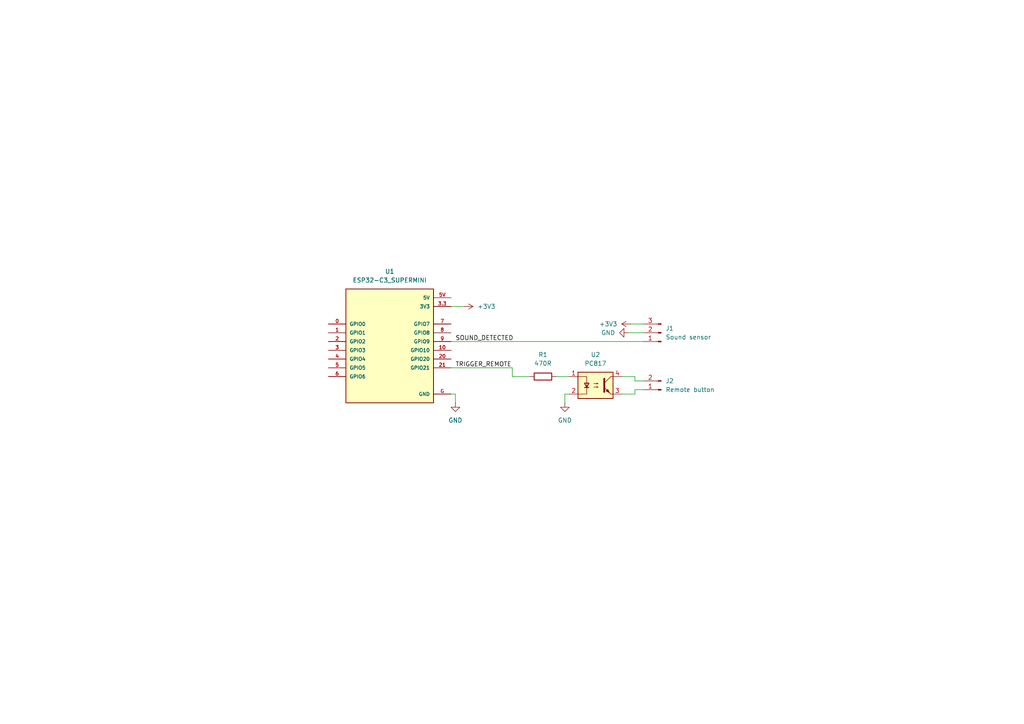
<source format=kicad_sch>
(kicad_sch (version 20231120) (generator "eeschema") (generator_version "8.0")
  (paper "A4")
  (lib_symbols
    (symbol "Connector:Conn_01x02_Pin" (pin_names (offset 1.016) hide)
      (property "Reference" "J" (at 0 2.54 0))
      (property "Value" "Conn_01x02_Pin" (at 0 -5.08 0))
      (symbol "Conn_01x02_Pin_1_1"
        (polyline (pts (xy 1.27 -2.54) (xy 0.8636 -2.54)) (stroke (width 0.1524)))
        (polyline (pts (xy 1.27 0) (xy 0.8636 0)) (stroke (width 0.1524)))
        (rectangle (start 0.8636 -2.413) (end 0 -2.667) (stroke (width 0.1524)) (fill (type outline)))
        (rectangle (start 0.8636 0.127) (end 0 -0.127) (stroke (width 0.1524)) (fill (type outline)))
        (pin passive line (at 5.08 0 180) (length 3.81) (name "Pin_1") (number "1"))
        (pin passive line (at 5.08 -2.54 180) (length 3.81) (name "Pin_2") (number "2"))
      )
    )
    (symbol "Connector:Conn_01x03_Pin" (pin_names (offset 1.016) hide)
      (property "Reference" "J" (at 0 5.08 0))
      (property "Value" "Conn_01x03_Pin" (at 0 -5.08 0))
      (symbol "Conn_01x03_Pin_1_1"
        (polyline (pts (xy 1.27 -2.54) (xy 0.8636 -2.54)) (stroke (width 0.1524)))
        (polyline (pts (xy 1.27 0) (xy 0.8636 0)) (stroke (width 0.1524)))
        (polyline (pts (xy 1.27 2.54) (xy 0.8636 2.54)) (stroke (width 0.1524)))
        (rectangle (start 0.8636 -2.413) (end 0 -2.667) (stroke (width 0.1524)) (fill (type outline)))
        (rectangle (start 0.8636 0.127) (end 0 -0.127) (stroke (width 0.1524)) (fill (type outline)))
        (rectangle (start 0.8636 2.667) (end 0 2.413) (stroke (width 0.1524)) (fill (type outline)))
        (pin passive line (at 5.08 2.54 180) (length 3.81) (name "Pin_1") (number "1"))
        (pin passive line (at 5.08 0 180) (length 3.81) (name "Pin_2") (number "2"))
        (pin passive line (at 5.08 -2.54 180) (length 3.81) (name "Pin_3") (number "3"))
      )
    )
    (symbol "Custom_MCU:ESP32-C3_SUPERMINI" (pin_names (offset 1.016))
      (property "Reference" "U" (at -12.7 16.002 0))
      (property "Value" "ESP32-C3_SUPERMINI" (at -12.7 -20.32 0))
      (symbol "ESP32-C3_SUPERMINI_0_0"
        (rectangle (start -12.7 -17.78) (end 12.7 15.24) (stroke (width 0.254)) (fill (type background)))
        (pin bidirectional line (at -17.78 5.08 0) (length 5.08) (name "GPIO0") (number "0"))
        (pin bidirectional line (at -17.78 2.54 0) (length 5.08) (name "GPIO1") (number "1"))
        (pin bidirectional line (at 17.78 -2.54 180) (length 5.08) (name "GPIO10") (number "10"))
        (pin bidirectional line (at -17.78 0 0) (length 5.08) (name "GPIO2") (number "2"))
        (pin bidirectional line (at 17.78 -5.08 180) (length 5.08) (name "GPIO20") (number "20"))
        (pin bidirectional line (at 17.78 -7.62 180) (length 5.08) (name "GPIO21") (number "21"))
        (pin bidirectional line (at -17.78 -2.54 0) (length 5.08) (name "GPIO3") (number "3"))
        (pin power_in line (at 17.78 10.16 180) (length 5.08) (name "3V3") (number "3.3"))
        (pin bidirectional line (at -17.78 -5.08 0) (length 5.08) (name "GPIO4") (number "4"))
        (pin bidirectional line (at -17.78 -7.62 0) (length 5.08) (name "GPIO5") (number "5"))
        (pin power_in line (at 17.78 12.7 180) (length 5.08) (name "5V") (number "5V"))
        (pin bidirectional line (at -17.78 -10.16 0) (length 5.08) (name "GPIO6") (number "6"))
        (pin bidirectional line (at 17.78 5.08 180) (length 5.08) (name "GPIO7") (number "7"))
        (pin bidirectional line (at 17.78 2.54 180) (length 5.08) (name "GPIO8") (number "8"))
        (pin bidirectional line (at 17.78 0 180) (length 5.08) (name "GPIO9") (number "9"))
        (pin power_in line (at 17.78 -15.24 180) (length 5.08) (name "GND") (number "G"))
      )
    )
    (symbol "Device:R" (pin_numbers hide) (pin_names (offset 0))
      (property "Reference" "R" (at 2.032 0 90))
      (property "Value" "R" (at 0 0 90))
      (symbol "R_0_1"
        (rectangle (start -1.016 -2.54) (end 1.016 2.54) (stroke (width 0.254)))
      )
      (symbol "R_1_1"
        (pin passive line (at 0 3.81 270) (length 1.27) (name "~") (number "1"))
        (pin passive line (at 0 -3.81 90) (length 1.27) (name "~") (number "2"))
      )
    )
    (symbol "Isolator:PC817" (pin_names (offset 1.016))
      (property "Reference" "U" (at -5.08 5.08 0))
      (property "Value" "PC817" (at 0 5.08 0))
      (symbol "PC817_0_1"
        (rectangle (start -5.08 3.81) (end 5.08 -3.81) (stroke (width 0.254)) (fill (type background)))
        (polyline (pts (xy -3.175 -0.635) (xy -1.905 -0.635)) (stroke (width 0.254)))
        (polyline (pts (xy 2.54 0.635) (xy 4.445 2.54)))
        (polyline (pts (xy 4.445 -2.54) (xy 2.54 -0.635)) (fill (type outline)))
        (polyline (pts (xy 4.445 -2.54) (xy 5.08 -2.54)))
        (polyline (pts (xy 4.445 2.54) (xy 5.08 2.54)))
        (polyline (pts (xy -5.08 2.54) (xy -2.54 2.54) (xy -2.54 -0.635)))
        (polyline (pts (xy -2.54 -0.635) (xy -2.54 -2.54) (xy -5.08 -2.54)))
        (polyline (pts (xy 2.54 1.905) (xy 2.54 -1.905) (xy 2.54 -1.905)) (stroke (width 0.508)))
        (polyline (pts (xy -2.54 -0.635) (xy -3.175 0.635) (xy -1.905 0.635) (xy -2.54 -0.635)) (stroke (width 0.254)))
        (polyline (pts (xy -0.508 -0.508) (xy 0.762 -0.508) (xy 0.381 -0.635) (xy 0.381 -0.381) (xy 0.762 -0.508)))
        (polyline (pts (xy -0.508 0.508) (xy 0.762 0.508) (xy 0.381 0.381) (xy 0.381 0.635) (xy 0.762 0.508)))
        (polyline (pts (xy 3.048 -1.651) (xy 3.556 -1.143) (xy 4.064 -2.159) (xy 3.048 -1.651) (xy 3.048 -1.651)) (fill (type outline)))
      )
      (symbol "PC817_1_1"
        (pin passive line (at -7.62 2.54 0) (length 2.54) (name "~") (number "1"))
        (pin passive line (at -7.62 -2.54 0) (length 2.54) (name "~") (number "2"))
        (pin passive line (at 7.62 -2.54 180) (length 2.54) (name "~") (number "3"))
        (pin passive line (at 7.62 2.54 180) (length 2.54) (name "~") (number "4"))
      )
    )
    (symbol "power:+3V3" (power) (pin_numbers hide) (pin_names (offset 0) hide)
      (property "Value" "+3V3" (at 0 3.556 0))
      (symbol "+3V3_0_1"
        (polyline (pts (xy -0.762 1.27) (xy 0 2.54)))
        (polyline (pts (xy 0 0) (xy 0 2.54)))
        (polyline (pts (xy 0 2.54) (xy 0.762 1.27)))
      )
      (symbol "+3V3_1_1"
        (pin power_in line (at 0 0 90) (length 0) (name "~") (number "1"))
      )
    )
    (symbol "power:GND" (power) (pin_numbers hide) (pin_names (offset 0) hide)
      (property "Value" "GND" (at 0 -3.81 0))
      (symbol "GND_0_1"
        (polyline (pts (xy 0 0) (xy 0 -1.27) (xy 1.27 -1.27) (xy 0 -2.54) (xy -1.27 -1.27) (xy 0 -1.27)))
      )
      (symbol "GND_1_1"
        (pin power_in line (at 0 0 270) (length 0) (name "~") (number "1"))
      )
    )
  )
  (wire (pts (xy 180.34 114.3) (xy 184.15 114.3)))
  (wire (pts (xy 184.15 109.22) (xy 184.15 110.49)))
  (wire (pts (xy 180.34 109.22) (xy 184.15 109.22)))
  (wire (pts (xy 186.69 96.52) (xy 182.245 96.52)))
  (wire (pts (xy 184.15 110.49) (xy 186.69 110.49)))
  (wire (pts (xy 148.59 109.22) (xy 153.67 109.22)))
  (wire (pts (xy 130.81 106.68) (xy 148.59 106.68)))
  (wire (pts (xy 148.59 106.68) (xy 148.59 109.22)))
  (wire (pts (xy 182.88 93.98) (xy 186.69 93.98)))
  (wire (pts (xy 163.83 114.3) (xy 163.83 116.84)))
  (wire (pts (xy 134.62 88.9) (xy 130.81 88.9)))
  (wire (pts (xy 132.08 116.84) (xy 132.08 114.3)))
  (wire (pts (xy 132.08 114.3) (xy 130.81 114.3)))
  (wire (pts (xy 184.15 113.03) (xy 186.69 113.03)))
  (wire (pts (xy 184.15 114.3) (xy 184.15 113.03)))
  (wire (pts (xy 161.29 109.22) (xy 165.1 109.22)))
  (wire (pts (xy 165.1 114.3) (xy 163.83 114.3)))
  (wire (pts (xy 130.81 99.06) (xy 186.69 99.06)))
  (label "SOUND_DETECTED" (at 132.08 99.06 0))
  (label "TRIGGER_REMOTE" (at 132.08 106.68 0))
  (symbol (lib_id "Connector:Conn_01x02_Pin") (at 191.77 113.03 180) (unit 1)
    (property "Reference" "J2" (at 193.04 110.4899 0) (effects (justify right)))
    (property "Value" "Remote button" (at 193.04 113.0299 0) (effects (justify right)))
    (property "Description" "Generic connector, single row, 01x02, script generated" (effects (hide yes)))
  )
  (symbol (lib_id "power:GND") (at 182.245 96.52 270) (unit 1)
    (property "Reference" "#PWR02" (effects (hide yes)))
    (property "Value" "GND" (at 178.435 96.5199 90) (effects (justify right)))
    (property "Description" "Power symbol creates a global label with name \"GND\" , ground" (effects (hide yes)))
  )
  (symbol (lib_id "power:GND") (at 163.83 116.84 0) (unit 1)
    (property "Reference" "#PWR03" (effects (hide yes)))
    (property "Value" "GND" (at 163.83 121.92 0))
    (property "Description" "Power symbol creates a global label with name \"GND\" , ground" (effects (hide yes)))
  )
  (symbol (lib_id "power:GND") (at 132.08 116.84 0) (unit 1)
    (property "Reference" "#PWR05" (effects (hide yes)))
    (property "Value" "GND" (at 132.08 121.92 0))
    (property "Description" "Power symbol creates a global label with name \"GND\" , ground" (effects (hide yes)))
  )
  (symbol (lib_id "Connector:Conn_01x03_Pin") (at 191.77 96.52 180) (unit 1)
    (property "Reference" "J1" (at 193.04 95.2499 0) (effects (justify right)))
    (property "Value" "Sound sensor" (at 193.04 97.7899 0) (effects (justify right)))
    (property "Description" "Generic connector, single row, 01x03, script generated" (effects (hide yes)))
  )
  (symbol (lib_id "Isolator:PC817") (at 172.72 111.76 0) (unit 1)
    (property "Reference" "U2" (at 172.72 102.87 0))
    (property "Value" "PC817" (at 172.72 105.41 0))
    (property "Footprint" "Package_DIP:DIP-4_W7.62mm" (effects (hide yes)))
    (property "Datasheet" "http://www.soselectronic.cz/a_info/resource/d/pc817.pdf" (effects (hide yes)))
    (property "Description" "DC Optocoupler, Vce 35V, CTR 50-300%, DIP-4" (effects (hide yes)))
  )
  (symbol (lib_id "Custom_MCU:ESP32-C3_SUPERMINI") (at 113.03 99.06 0) (unit 1)
    (property "Reference" "U1" (at 113.03 78.74 0))
    (property "Value" "ESP32-C3_SUPERMINI" (at 113.03 81.28 0))
    (property "Footprint" "ESP32-C3_SUPERMINI:MODULE_ESP32-C3_SUPERMINI" (effects (hide yes)))
    (property "MF" "Espressif Systems" (effects (hide yes)))
    (property "MAXIMUM_PACKAGE_HEIGHT" "4.2mm" (effects (hide yes)))
    (property "Package" "Package" (effects (hide yes)))
    (property "Price" "None" (effects (hide yes)))
    (property "Check_prices" "https://www.snapeda.com/parts/ESP32-C3%20SuperMini/Espressif+Systems/view-part/?ref=eda" (effects (hide yes)))
    (property "STANDARD" "Manufacturer Recommendations" (effects (hide yes)))
    (property "SnapEDA_Link" "https://www.snapeda.com/parts/ESP32-C3%20SuperMini/Espressif+Systems/view-part/?ref=snap" (effects (hide yes)))
    (property "MP" "ESP32-C3 SuperMini" (effects (hide yes)))
    (property "Description_1" "\nSuper tiny ESP32-C3 board\n" (effects (hide yes)))
    (property "Availability" "Not in stock" (effects (hide yes)))
    (property "MANUFACTURER" "Espressif" (effects (hide yes)))
  )
  (symbol (lib_id "power:+3V3") (at 182.88 93.98 90) (unit 1)
    (property "Reference" "#PWR01" (effects (hide yes)))
    (property "Value" "+3V3" (at 179.07 93.9801 90) (effects (justify left)))
    (property "Description" "Power symbol creates a global label with name \"+3V3\"" (effects (hide yes)))
  )
  (symbol (lib_id "Device:R") (at 157.48 109.22 90) (unit 1)
    (property "Reference" "R1" (at 157.48 102.87 90))
    (property "Value" "470R" (at 157.48 105.41 90))
    (property "Description" "Resistor" (effects (hide yes)))
  )
  (symbol (lib_id "power:+3V3") (at 134.62 88.9 270) (unit 1)
    (property "Reference" "#PWR04" (effects (hide yes)))
    (property "Value" "+3V3" (at 138.43 88.8999 90) (effects (justify left)))
    (property "Description" "Power symbol creates a global label with name \"+3V3\"" (effects (hide yes)))
  )
)
</source>
